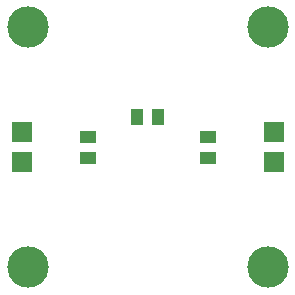
<source format=gts>
G75*
%MOIN*%
%OFA0B0*%
%FSLAX25Y25*%
%IPPOS*%
%LPD*%
%AMOC8*
5,1,8,0,0,1.08239X$1,22.5*
%
%ADD10R,0.05524X0.03950*%
%ADD11R,0.03950X0.05524*%
%ADD12C,0.13800*%
%ADD13R,0.06800X0.06800*%
D10*
X0148333Y0121457D03*
X0148333Y0128543D03*
X0188333Y0128543D03*
X0188333Y0121457D03*
D11*
X0171877Y0135000D03*
X0164790Y0135000D03*
D12*
X0128333Y0085000D03*
X0208333Y0085000D03*
X0208333Y0165000D03*
X0128333Y0165000D03*
D13*
X0126333Y0130000D03*
X0126333Y0120000D03*
X0210333Y0120000D03*
X0210333Y0130000D03*
M02*

</source>
